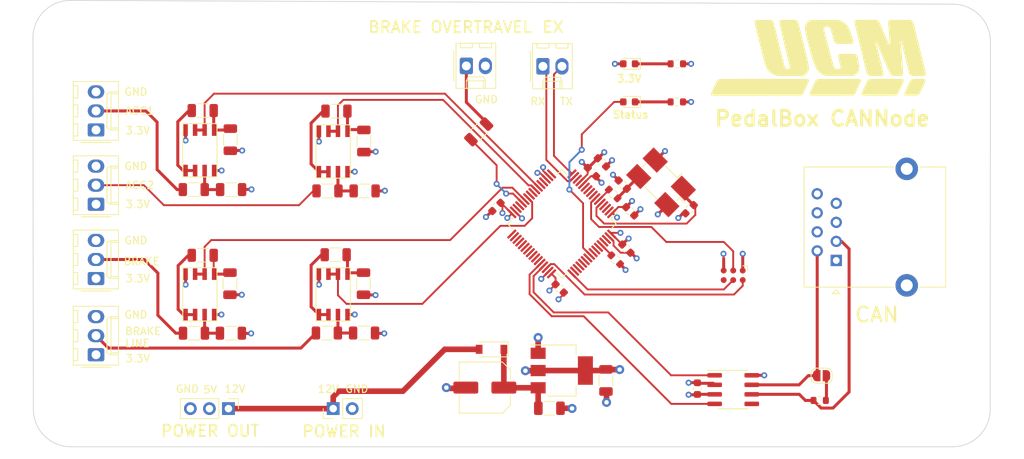
<source format=kicad_pcb>
(kicad_pcb (version 20211014) (generator pcbnew)
  (layers (0 "F.Cu" signal) (1 "In1.Cu" signal) (2 "In2.Cu" signal) (31 "B.Cu" signal) (34 "B.Paste" user) (35 "F.Paste" user) (36 "B.SilkS" user "B.Silkscreen") (37 "F.SilkS" user "F.Silkscreen") (38 "B.Mask" user) (39 "F.Mask" user) (44 "Edge.Cuts" user))
  (net 0 "")
  (net 1 "+3V3")
  (net 2 "GND")
  (net 3 "Net-(C1-Pad1)")
  (net 4 "Net-(C2-Pad1)")
  (net 5 "Brake")
  (net 6 "Brake_Line_Pressure")
  (net 7 "Accelerator_1")
  (net 8 "Accelerator_2")
  (net 9 "+12V")
  (net 10 "Net-(D1-Pad1)")
  (net 11 "Status")
  (net 12 "Net-(D2-Pad1)")
  (net 13 "+5V")
  (net 14 "Net-(C4-Pad1)")
  (net 15 "Net-(C13-Pad1)")
  (net 16 "Net-(C14-Pad1)")
  (net 17 "SWIO")
  (net 18 "NRST")
  (net 19 "SWCLK")
  (net 21 "Net-(C16-Pad1)")
  (net 25 "Brake_Overtravel")
  (net 26 "CANL")
  (net 27 "EX_RX")
  (net 28 "EX_TX")
  (net 29 "Net-(J4-Pad1)")
  (net 30 "CANH")
  (net 32 "Net-(JP1-Pad1)")
  (net 33 "Net-(J7-Pad2)")
  (net 34 "Net-(R2-Pad1)")
  (net 35 "Net-(J8-Pad2)")
  (net 36 "Net-(J9-Pad2)")
  (net 37 "Net-(J10-Pad2)")
  (net 38 "Net-(R3-Pad2)")
  (net 39 "Net-(R7-Pad1)")
  (net 44 "Net-(R10-Pad1)")
  (net 45 "Net-(R11-Pad1)")
  (net 47 "Net-(R13-Pad1)")
  (net 48 "Net-(R15-Pad2)")
  (net 49 "Net-(R16-Pad2)")
  (net 50 "Net-(R17-Pad2)")
  (net 51 "Net-(R18-Pad2)")
  (net 74 "RXCAN")
  (net 75 "TXCAN")
  (net 87 "Net-(C15-Pad1)")
  (footprint "Resistor_SMD:R_1206_3216Metric" (layer "F.Cu") (at 113.411 66.2178)
    (fp_text reference "R10" hide)
    (fp_text value "1.6k")
  )
  (footprint "MountingHole:MountingHole_3.2mm_M3" (layer "F.Cu") (at 191.8716 46.4058)
    (fp_text reference "REF**" hide)
    (fp_text value "MountingHole_3.2mm_M3")
  )
  (footprint "Capacitor_SMD:C_0603_1608Metric" (layer "F.Cu") (at 139.4206 79.2226 -45)
    (fp_text reference "C12" hide)
    (fp_text value "100n")
  )
  (footprint "Connector_Molex:Molex_KK-254_AE-6410-03A_1x03_P2.54mm_Vertical" (layer "F.Cu") (at 77.5916 77.9018 90)
    (fp_text reference "J9" hide)
    (fp_text value "Conn")
  )
  (footprint "Capacitor_SMD:C_1206_3216Metric" (layer "F.Cu") (at 138.049 95.1992)
    (fp_text reference "C6" hide)
    (fp_text value "22u")
  )
  (footprint "Capacitor_SMD:C_0603_1608Metric" (layer "F.Cu") (at 130.9878 68.3514 -135)
    (fp_text reference "C11" hide)
    (fp_text value "100n")
  )
  (footprint "Capacitor_SMD:C_0603_1608Metric" (layer "F.Cu") (at 147.828 65.3796 135)
    (fp_text reference "C2" hide)
    (fp_text value "10p")
  )
  (footprint "Connector_Molex:Molex_KK-254_AE-6410-03A_1x03_P2.54mm_Vertical" (layer "F.Cu") (at 77.5916 67.9958 90)
    (fp_text reference "J8" hide)
    (fp_text value "Conn")
  )
  (footprint "MountingHole:MountingHole_3.2mm_M3" (layer "F.Cu") (at 74.2696 45.8978)
    (fp_text reference "REF**" hide)
    (fp_text value "MountingHole_3.2mm_M3")
  )
  (footprint "Capacitor_SMD:C_1206_3216Metric" (layer "F.Cu") (at 113.2586 78.5876 -90)
    (fp_text reference "C16" hide)
    (fp_text value "100n")
  )
  (footprint "Capacitor_SMD:C_0603_1608Metric" (layer "F.Cu") (at 157.7848 92.583 90)
    (fp_text reference "C3" hide)
    (fp_text value "100n")
  )
  (footprint "Connector_Molex:Molex_KK-254_AE-6410-03A_1x03_P2.54mm_Vertical" (layer "F.Cu") (at 77.5916 88.0618 90)
    (fp_text reference "J10" hide)
    (fp_text value "Conn")
  )
  (footprint "Package_TO_SOT_SMD:SOT-223-3_TabPin2" (layer "F.Cu") (at 139.7 90.17)
    (fp_text reference "U3" hide)
    (fp_text value "AMS1117-3.3")
  )
  (footprint "Connector_PinHeader_2.54mm:PinHeader_1x02_P2.54mm_Vertical" (layer "F.Cu") (at 109.22 95.25 90)
    (fp_text reference "J1" hide)
    (fp_text value "Conn_01x02")
  )
  (footprint "Resistor_SMD:R_1206_3216Metric" (layer "F.Cu") (at 91.821 74.803 180)
    (fp_text reference "R17" hide)
    (fp_text value "1.6k")
  )
  (footprint "Connector_Molex:Molex_KK-254_AE-6410-02A_1x02_P2.54mm_Vertical" (layer "F.Cu") (at 126.9746 49.55)
    (fp_text reference "J4" hide)
    (fp_text value "Conn")
  )
  (footprint "Capacitor_SMD:C_1206_3216Metric" (layer "F.Cu") (at 113.3094 59.563 -90)
    (fp_text reference "C14" hide)
    (fp_text value "100n")
  )
  (footprint "Capacitor_SMD:C_0603_1608Metric" (layer "F.Cu") (at 148.3106 73.914 -45)
    (fp_text reference "C7" hide)
    (fp_text value "100n")
  )
  (footprint "Custom footprints:OPA2237UA" (layer "F.Cu") (at 109.22 80.01)
    (fp_text reference "U7" hide)
    (fp_text value "OPA2237UA")
  )
  (footprint "Custom footprints:OPA2237UA" (layer "F.Cu") (at 91.44 80.01)
    (fp_text reference "U6" hide)
    (fp_text value "OPA2237UA")
  )
  (footprint "Resistor_SMD:R_1206_3216Metric" (layer "F.Cu") (at 90.6526 85.1916 180)
    (fp_text reference "R11" hide)
    (fp_text value "1k")
  )
  (footprint "Resistor_SMD:R_0603_1608Metric" (layer "F.Cu") (at 174.0916 94.1578 180)
    (fp_text reference "R5" hide)
    (fp_text value "120R")
  )
  (footprint "Resistor_SMD:R_1206_3216Metric" (layer "F.Cu") (at 113.3348 85.1662)
    (fp_text reference "R14" hide)
    (fp_text value "1.6k")
  )
  (footprint "Resistor_SMD:R_0603_1608Metric" (layer "F.Cu") (at 146.8882 75.3872 135)
    (fp_text reference "R3" hide)
    (fp_text value "10k")
  )
  (footprint "Capacitor_SMD:C_0603_1608Metric" (layer "F.Cu") (at 145.0594 62.4078 -45)
    (fp_text reference "C5" hide)
    (fp_text value "100n")
  )
  (footprint "Connector:Tag-Connect_TC2030-IDC-NL_2x03_P1.27mm_Vertical" (layer "F.Cu") (at 162.56 77.47 180)
    (fp_text reference "J5" hide)
    (fp_text value "UCM_SWD")
  )
  (footprint "Capacitor_SMD:C_1206_3216Metric" (layer "F.Cu") (at 145.5928 91.4908 -90)
    (fp_text reference "C9" hide)
    (fp_text value "1u")
  )
  (footprint "Connector_Molex:Molex_KK-254_AE-6410-03A_1x03_P2.54mm_Vertical" (layer "F.Cu") (at 77.5916 58.0898 90)
    (fp_text reference "J7" hide)
    (fp_text value "Conn")
  )
  (footprint "Resistor_SMD:R_0603_1608Metric" (layer "F.Cu") (at 155.0396 54.3488 180)
    (fp_text reference "R1" hide)
    (fp_text value "1k")
  )
  (footprint "Resistor_SMD:R_1206_3216Metric" (layer "F.Cu") (at 108.3818 85.1662 180)
    (fp_text reference "R13" hide)
    (fp_text value "1k")
  )
  (footprint "Resistor_SMD:R_1206_3216Metric" (layer "F.Cu") (at 108.458 66.2178 180)
    (fp_text reference "R9" hide)
    (fp_text value "1k")
  )
  (footprint "Crystal:Crystal_SMD_0603-4Pin_6.0x3.5mm_HandSoldering" (layer "F.Cu") (at 152.9334 65.0748 135)
    (fp_text reference "Y1" hide)
    (fp_text value "16MHz")
  )
  (footprint "Resistor_SMD:R_1206_3216Metric" (layer "F.Cu") (at 109.5502 74.7268 180)
    (fp_text reference "R18" hide)
    (fp_text value "1.6k")
  )
  (footprint "LED_SMD:LED_0603_1608Metric" (layer "F.Cu") (at 148.6896 49.2688 180)
    (fp_text reference "D2" hide)
    (fp_text value "RED")
  )
  (footprint "Package_SO:SOIC-8_3.9x4.9mm_P1.27mm" (layer "F.Cu") (at 162.56 92.71)
    (fp_text reference "U1" hide)
    (fp_text value "SN65HVD230")
  )
  (footprint "Diode_SMD:D_SOD-123" (layer "F.Cu") (at 130.3286 87.3384 180)
    (fp_text reference "D3" hide)
    (fp_text value "B5819W")
  )
  (footprint "Capacitor_SMD:C_0603_1608Metric" (layer "F.Cu") (at 148.8186 68.9356 -45)
    (fp_text reference "C8" hide)
    (fp_text value "100n")
  )
  (footprint "Resistor_SMD:R_1206_3216Metric" (layer "F.Cu") (at 95.6056 66.04)
    (fp_text reference "R8" hide)
    (fp_text value "1.6k")
  )
  (footprint "Resistor_SMD:R_1206_3216Metric" (layer "F.Cu") (at 128.6256 58.3438 45)
    (fp_text reference "R6" hide)
    (fp_text value "1.6k")
  )
  (footprint "Capacitor_SMD:C_0603_1608Metric" (layer "F.Cu") (at 143.7132 63.7032 -45)
    (fp_text reference "C10" hide)
    (fp_text value "100n")
  )
  (footprint "Resistor_SMD:R_1206_3216Metric" (layer "F.Cu") (at 109.6518 55.5752 180)
    (fp_text reference "R16" hide)
    (fp_text value "1.6k")
  )
  (footprint "Connector_PinHeader_2.54mm:PinHeader_1x03_P2.54mm_Vertical" (layer "F.Cu") (at 95.25 95.25 -90)
    (fp_text reference "J6" hide)
    (fp_text value "Conn_01x03")
  )
  (footprint "Capacitor_SMD:C_Elec_6.3x7.7" (layer "F.Cu") (at 129.4396 92.4438 180)
    (fp_text reference "C4" hide)
    (fp_text value "100u")
  )
  (footprint "Resistor_SMD:R_1206_3216Metric" (layer "F.Cu") (at 90.6272 66.04 180)
    (fp_text reference "R7" hide)
    (fp_text value "1k")
  )
  (footprint "LED_SMD:LED_0603_1608Metric" (layer "F.Cu") (at 148.6896 54.3488 180)
    (fp_text reference "D1" hide)
    (fp_text value "GREEN")
  )
  (footprint "MountingHole:MountingHole_3.2mm_M3" (layer "F.Cu") (at 74.2696 95.4278)
    (fp_text reference "REF**" hide)
    (fp_text value "MountingHole_3.2mm_M3")
  )
  (footprint "MountingHole:MountingHole_3.2mm_M3" (layer "F.Cu") (at 191.8716 95.4278)
    (fp_text reference "REF**" hide)
    (fp_text value "MountingHole_3.2mm_M3")
  )
  (footprint "Resistor_SMD:R_1206_3216Metric" (layer "F.Cu") (at 91.821 55.499 180)
    (fp_text reference "R15" hide)
    (fp_text value "1.6k")
  )
  (footprint "Resistor_SMD:R_0603_1608Metric" (layer "F.Cu") (at 146.558 66.6242 -45)
    (fp_text reference "R2" hide)
    (fp_text value "22R")
  )
  (footprint "Custom footprints:OPA2237UA" (layer "F.Cu") (at 109.22 60.96)
    (fp_text reference "U5" hide)
    (fp_text value "OPA2237UA")
  )
  (footprint "Resistor_SMD:R_0603_1608Metric" (layer "F.Cu") (at 155.0396 49.2688 180)
    (fp_text reference "R4" hide)
    (fp_text value "1k")
  )
  (footprint "Resistor_SMD:R_1206_3216Metric" (layer "F.Cu") (at 95.5802 85.1916)
    (fp_text reference "R12" hide)
    (fp_text value "1.6k")
  )
  (footprint "Custom footprints:OPA2237UA" (layer "F.Cu") (at 91.44 60.8)
    (fp_text reference "U4" hide)
    (fp_text value "OPA2237UA")
  )
  (footprint "Capacitor_SMD:C_1206_3216Metric" (layer "F.Cu") (at 95.4532 78.5876 -90)
    (fp_text reference "C15" hide)
    (fp_text value "100n")
  )
  (footprint "Connector_Molex:Molex_KK-254_AE-6410-02A_1x02_P2.54mm_Vertical" (layer "F.Cu") (at 137.1854 49.6062)
    (fp_text reference "J3" hide)
    (fp_text value "Conn")
  )
  (footprint "Jumper:SolderJumper-2_P1.3mm_Open_RoundedPad1.0x1.5mm" (layer "F.Cu") (at 174.3456 90.8558 180)
    (fp_text reference "JP1" hide)
    (fp_text value "SolderJumper")
  )
  (footprint "Capacitor_SMD:C_0603_1608Metric" (layer "F.Cu") (at 156.7434 68.6562 -135)
    (fp_text reference "C1" hide)
    (fp_text value "10p")
  )
  (footprint "Connector_RJ:RJ45_Ninigi_GE" (layer "F.Cu") (at 176.3026 75.4888 90)
    (fp_text reference "J2" hide)
    (fp_text value "UCM_CAN")
  )
  (footprint "UCM_Logos:UCM_10mm" (layer "F.Cu") (at 173.8896 49.1988)
    (fp_text reference "G***" hide)
    (fp_text value "LOGO" hide)
  )
  (footprint "Capacitor_SMD:C_1206_3216Metric" (layer "F.Cu") (at 95.504 59.3852 -90)
    (fp_text reference "C13" hide)
    (fp_text value "100n")
  )
  (footprint "Package_QFP:LQFP-64_10x10mm_P0.5mm" (layer "F.Cu") (at 139.7 70.612 -135)
    (fp_text reference "U2" hide)
    (fp_text value "STM32F072RBTx")
  )
  (gr_line (start 69.177934 45.808734) (end 69.2336 95.3358) (layer "Edge.Cuts") (width 0.1))
  (gr_arc (start 69.177934 45.808734) (mid 70.636035 42.279553) (end 74.159934 40.808734) (layer "Edge.Cuts") (width 0.1))
  (gr_line (start 196.831266 95.337866) (end 196.856666 46.317934) (layer "Edge.Cuts") (width 0.1))
  (gr_arc (start 191.8716 41.317934) (mid 195.401858 42.783309) (end 196.856666 46.317934) (layer "Edge.Cuts") (width 0.1))
  (gr_line (start 191.8716 41.317934) (end 74.159934 40.808734) (layer "Edge.Cuts") (width 0.1))
  (gr_arc (start 74.2336 100.3358) (mid 70.698066 98.871334) (end 69.2336 95.3358) (layer "Edge.Cuts") (width 0.1))
  (gr_line (start 74.2336 100.3358) (end 191.831266 100.337866) (layer "Edge.Cuts") (width 0.1))
  (gr_arc (start 196.831266 95.337866) (mid 195.3668 98.8734) (end 191.831266 100.337866) (layer "Edge.Cuts") (width 0.1))
  (gr_text "CAN" (at 181.7116 82.7278) (layer "F.SilkS") (effects (font (size 2 2) (thickness 0.3))))
  (gr_text "POWER OUT\n" (at 92.8116 98.2218) (layer "F.SilkS") (effects (font (size 1.5 1.5) (thickness 0.25))))
  (gr_text "GND\n" (at 82.9056 53.0098) (layer "F.SilkS") (effects (font (size 1 1))))
  (gr_text "GND\n" (at 89.7636 92.6338) (layer "F.SilkS") (effects (font (size 1 1))))
  (gr_text "GND\n" (at 82.9056 62.9158) (layer "F.SilkS") (effects (font (size 1 1))))
  (gr_text "3.3V" (at 83.1596 88.5698) (layer "F.SilkS") (effects (font (size 1 1))))
  (gr_text "12V" (at 108.5596 92.6338) (layer "F.SilkS") (effects (font (size 1 1))))
  (gr_text "GND\n" (at 82.9056 82.7278) (layer "F.SilkS") (effects (font (size 1 1))))
  (gr_text "GND\n" (at 129.6416 54.0258) (layer "F.SilkS") (effects (font (size 1 1))))
  (gr_text "TX\n" (at 140.3096 54.2798) (layer "F.SilkS") (effects (font (size 1 1))))
  (gr_text "12V" (at 96.1136 92.6338) (layer "F.SilkS") (effects (font (size 1 1))))
  (gr_text "GND\n" (at 112.3696 92.6338) (layer "F.SilkS") (effects (font (size 1 1))))
  (gr_text "POWER IN\n\n" (at 110.6646 99.4918) (layer "F.SilkS") (effects (font (size 1.5 1.5) (thickness 0.25))))
  (gr_text "BRAKE OVERTRAVEL\n" (at 124.8156 44.3738) (layer "F.SilkS") (effects (font (size 1.5 1.5) (thickness 0.25))))
  (gr_text "BRAKE\n" (at 83.6676 75.6158) (layer "F.SilkS") (effects (font (size 1 1))))
  (gr_text "3.3V" (at 83.1596 67.9958) (layer "F.SilkS") (effects (font (size 1 1))))
  (gr_text "BRAKE\nLINE\n\n" (at 81.3816 86.5378) (layer "F.SilkS") (effects (font (size 1 1)) (justify left)))
  (gr_text "RX" (at 136.4996 54.2798) (layer "F.SilkS") (effects (font (size 1 1))))
  (gr_text "ACC2" (at 83.4136 65.4558) (layer "F.SilkS") (effects (font (size 1 1))))
  (gr_text "PedalBox CANNode\n" (at 174.4396 56.5738) (layer "F.SilkS") (effects (font (size 2 2) (thickness 0.4))))
  (gr_text "GND\n" (at 82.9056 72.8218) (layer "F.SilkS") (effects (font (size 1 1))))
  (gr_text "Status" (at 148.8896 56.0488) (layer "F.SilkS") (effects (font (size 1 1) (thickness 0.2))))
  (gr_text "3.3V" (at 83.1596 77.9018) (layer "F.SilkS") (effects (font (size 1 1))))
  (gr_text "3.3V\n" (at 148.6896 51.2488) (layer "F.SilkS") (effects (font (size 1 1) (thickness 0.2))))
  (gr_text "3.3V" (at 83.1596 58.1738) (layer "F.SilkS") (effects (font (size 1 1))))
  (gr_text "ACC1" (at 83.4136 55.5498) (layer "F.SilkS") (effects (font (size 1 1))))
  (gr_text "5V\n" (at 92.8116 92.7238) (layer "F.SilkS") (effects (font (size 1 1))))
  (gr_text "EX" (at 138.5316 44.3738) (layer "F.SilkS") (effects (font (size 1.5 1.5) (thickness 0.25))))
  (segment (start 107.315 59.6392) (end 107.315 58.26) (width 0.4) (layer "F.Cu") (net 1))
  (segment (start 89.535 78.7146) (end 89.535 77.31) (width 0.4) (layer "F.Cu") (net 1))
  (segment (start 145.62 90.043) (end 145.5928 90.0158) (width 0.25) (layer "F.Cu") (net 1))
  (segment (start 144.566008 61.859792) (end 145.3642 61.0616) (width 0.4) (layer "F.Cu") (net 1))
  (segment (start 143.215992 63.155192) (end 144.511392 61.859792) (width 0.4) (layer "F.Cu") (net 1))
  (segment (start 143.165192 63.155192) (end 142.367 62.357) (width 0.4) (layer "F.Cu") (net 1))
  (segment (start 157.9242 93.345) (end 157.9118 93.3326) (width 0.25) (layer "F.Cu") (net 1))
  (segment (start 148.560784 72.5678) (end 147.762592 73.365992) (width 0.4) (layer "F.Cu") (net 1))
  (segment (start 131.739008 68.057392) (end 131.842092 68.057392) (width 0.25) (layer "F.Cu") (net 1))
  (segment (start 146.364481 71.846919) (end 146.364481 71.973181) (width 0.25) (layer "F.Cu") (net 1))
  (segment (start 149.0726 67.564) (end 149.0726 67.585584) (width 0.25) (layer "F.Cu") (net 1))
  (segment (start 148.245192 68.362192) (end 147.253108 68.362192) (width 0.25) (layer "F.Cu") (net 1))
  (segment (start 138.872592 77.810254) (end 138.338819 77.276481) (width 0.25) (layer "F.Cu") (net 1))
  (segment (start 136.781888 63.8048) (end 137.631713 64.654625) (width 0.25) (layer "F.Cu") (net 1))
  (segment (start 143.165192 63.155192) (end 143.215992 63.155192) (width 0.25) (layer "F.Cu") (net 1))
  (segment (start 138.049 79.498184) (end 138.872592 78.674592) (width 0.25) (layer "F.Cu") (net 1))
  (segment (start 163.83 74.5998) (end 163.83 76.835) (width 0.4) (layer "F.Cu") (net 1))
  (segment (start 147.4216 90.043) (end 145.62 90.043) (width 0.75) (layer "F.Cu") (net 1))
  (segment (start 143.165192 63.971808) (end 143.165192 63.155192) (width 0.25) (layer "F.Cu") (net 1))
  (segment (start 131.7896 68.057184) (end 131.535808 67.803392) (width 0.25) (layer "F.Cu") (net 1))
  (segment (start 138.872592 78.674592) (end 138.872592 77.810254) (width 0.25) (layer "F.Cu") (net 1))
  (segment (start 132.462538 69.8238) (end 133.035519 69.250819) (width 0.25) (layer "F.Cu") (net 1))
  (segment (start 138.049 79.502) (end 138.049 79.498184) (width 0.25) (layer "F.Cu") (net 1))
  (segment (start 156.6164 93.3958) (end 157.747 93.3958) (width 0.4) (layer "F.Cu") (net 1))
  (segment (start 142.128821 65.008179) (end 143.165192 63.971808) (width 0.25) (layer "F.Cu") (net 1))
  (segment (start 131.735192 68.035808) (end 131.820508 68.035808) (width 0.25) (layer "F.Cu") (net 1))
  (segment (start 131.7896 69.1738) (end 131.7896 68.057184) (width 0.25) (layer "F.Cu") (net 1))
  (segment (start 107.315 78.7146) (end 107.315 77.31) (width 0.4) (layer "F.Cu") (net 1))
  (segment (start 160.085 93.345) (end 157.9242 93.345) (width 0.4) (layer "F.Cu") (net 1))
  (segment (start 132.4396 69.8238) (end 132.462538 69.8238) (width 0.25) (layer "F.Cu") (net 1))
  (segment (start 147.253108 68.362192) (end 146.364481 69.250819) (width 0.25) (layer "F.Cu") (net 1))
  (segment (start 149.0726 67.585584) (end 148.270592 68.387592) (width 0.4) (layer "F.Cu") (net 1))
  (segment (start 134.8486 90.1954) (end 136.5246 90.1954) (width 0.75) (layer "F.Cu") (net 1))
  (segment (start 136.4488 63.8048) (end 136.781888 63.8048) (width 0.25) (layer "F.Cu") (net 1))
  (segment (start 145.4386 90.17) (end 145.5928 90.0158) (width 0.25) (layer "F.Cu") (net 1))
  (segment (start 89.535 59.4868) (end 89.535 58.1) (width 0.4) (layer "F.Cu") (net 1))
  (segment (start 148.6154 72.5678) (end 148.560784 72.5678) (width 0.25) (layer "F.Cu") (net 1))
  (segment (start 146.364481 71.973181) (end 147.559392 73.168092) (width 0.25) (layer "F.Cu") (net 1))
  (segment (start 146.568419 69.250819) (end 147.066 69.7484) (width 0.25) (layer "F.Cu") (net 1))
  (segment (start 144.511392 61.859792) (end 144.566008 61.859792) (width 0.25) (layer "F.Cu") (net 1))
  (segment (start 146.4056 71.8058) (end 146.364481 71.846919) (width 0.25) (layer "F.Cu") (net 1))
  (segment (start 147.559392 73.168092) (end 147.559392 73.264392) (width 0.25) (layer "F.Cu") (net 1))
  (segment (start 147.9021 49.2688) (end 146.7846 49.2688) (width 0.4) (layer "F.Cu") (net 1))
  (segment (start 146.364481 69.250819) (end 146.568419 69.250819) (width 0.25) (layer "F.Cu") (net 1))
  (segment (start 136.5246 90.1954) (end 136.55 90.17) (width 0.25) (layer "F.Cu") (net 1))
  (segment (start 147.5232 71.8058) (end 146.4056 71.8058) (width 0.25) (layer "F.Cu") (net 1))
  (segment (start 131.842092 68.057392) (end 133.035519 69.250819) (width 0.25) (layer "F.Cu") (net 1))
  (segment (start 136.55 90.17) (end 142.85 90.17) (width 0.75) (layer "F.Cu") (net 1))
  (segment (start 142.85 90.17) (end 145.4386 90.17) (width 0.75) (layer "F.Cu") (net 1))
  (via (at 147.4216 90.043) (size 1.2) (drill 0.6) (layers "F.Cu" "B.Cu") (net 1))
  (via (at 147.066 69.7484) (size 0.8) (drill 0.4) (layers "F.Cu" "B.Cu") (net 1))
  (via (at 131.7896 69.1738) (size 0.8) (drill 0.4) (layers "F.Cu" "B.Cu") (net 1))
  (via (at 89.535 78.7146) (size 0.8) (drill 0.4) (layers "F.Cu" "B.Cu") (net 1))
  (via (at 107.315 59.6392) (size 0.8) (drill 0.4) (layers "F.Cu" "B.Cu") (net 1))
  (via (at 132.4396 69.8238) (size 0.8) (drill 0.4) (layers "F.Cu" "B.Cu") (net 1))
  (via (at 134.8486 90.1954) (size 1.2) (drill 0.6) (layers "F.Cu" "B.Cu") (net 1))
  (via (at 138.049 79.502) (size 0.8) (drill 0.4) (layers "F.Cu" "B.Cu") (net 1))
  (via (at 147.5232 71.8058) (size 0.8) (drill 0.4) (layers "F.Cu" "B.Cu") (net 1))
  (via (at 148.6154 72.5678) (size 0.8) (drill 0.4) (layers "F.Cu" "B.Cu") (net 1))
  (via (at 107.315 78.7146) (size 0.8) (drill 0.4) (layers "F.Cu" "B.Cu") (net 1))
  (via (at 156.6164 93.3958) (size 0.8) (drill 0.4) (layers "F.Cu" "B.Cu") (net 1))
  (via (at 89.535 59.4868) (size 0.8) (drill 0.4) (layers "F.Cu" "B.Cu") (net 1))
  (via (at 163.83 74.5998) (size 0.8) (drill 0.4) (layers "F.Cu" "B.Cu") (net 1))
  (via (at 145.3642 61.0616) (size 0.8) (drill 0.4) (layers "F.Cu" "B.Cu") (net 1))
  (via (at 136.4488 63.8048) (size 0.8) (drill 0.4) (layers "F.Cu" "B.Cu") (net 1))
  (via (at 149.0726 67.564) (size 0.8) (drill 0.4) (layers "F.Cu" "B.Cu") (net 1))
  (via (at 142.367 62.357) (size 0.8) (drill 0.4) (layers "F.Cu" "B.Cu") (net 1))
  (via (at 146.7846 49.2688) (size 0.8) (drill 0.4) (layers "F.Cu" "B.Cu") (net 1))
  (segment (start 97.0748 60.829) (end 95.123 60.829) (width 0.4) (layer "F.Cu") (net 2))
  (segment (start 146.604902 73.506975) (end 146.604902 72.920708) (width 0.25) (layer "F.Cu") (net 2))
  (segment (start 144.261208 64.251208) (end 143.585918 64.251208) (width 0.25) (layer "F.Cu") (net 2))
  (segment (start 148.934808 74.462008) (end 149.6822 75.2094) (width 0.4) (layer "F.Cu") (net 2))
  (segment (start 114.8735 66.2178) (end 116.078 66.2178) (width 0.4) (layer "F.Cu") (net 2))
  (segment (start 157.8356 91.8718) (end 157.8356 91.8588) (width 0.25) (layer "F.Cu") (net 2))
  (segment (start 95.455 80.0608) (end 95.4532 80.0626) (width 0.25) (layer "F.Cu") (net 2))
  (segment (start 155.8646 54.3488) (end 156.9446 54.3488) (width 0.4) (layer "F.Cu") (net 2))
  (segment (start 130.134992 69.153408) (end 130.642992 69.153408) (width 0.25) (layer "F.Cu") (net 2))
  (segment (start 148.209 76.708) (end 147.471563 75.970563) (width 0.4) (layer "F.Cu") (net 2))
  (segment (start 97.0788 60.833) (end 97.0748 60.829) (width 0.25) (layer "F.Cu") (net 2))
  (segment (start 156.6294 91.7826) (end 157.9118 91.7826) (width 0.4) (layer "F.Cu") (net 2))
  (segment (start 155.2396 69.8238) (end 155.859192 69.204208) (width 0.4) (layer "F.Cu") (net 2))
  (segment (start 124.3088 92.5454) (end 127.2323 92.5454) (width 0.75) (layer "F.Cu") (net 2))
  (segment (start 116.078 66.2178) (end 116.1034 66.1924) (width 0.25) (layer "F.Cu") (net 2))
  (segment (start 161.2646 75.184) (end 161.29 75.2094) (width 0.25) (layer "F.Cu") (net 2))
  (segment (start 144.261208 64.251208) (end 144.261208 64.378208) (width 0.25) (layer "F.Cu") (net 2))
  (segment (start 152.515465 69.342) (end 153.279417 68.578048) (width 0.4) (layer "F.Cu") (net 2))
  (segment (start 144.199616 64.2366) (end 144.032608 64.403608) (width 0.25) (layer "F.Cu") (net 2))
  (segment (start 114.8481 85.217) (end 114.7973 85.1662) (width 0.25) (layer "F.Cu") (net 2))
  (segment (start 98.3234 66.0146) (end 97.0935 66.0146) (width 0.4) (layer "F.Cu") (net 2))
  (segment (start 160.085 92.075) (end 159.8818 91.8718) (width 0.4) (layer "F.Cu") (net 2))
  (segment (start 155.8646 49.2688) (end 156.9446 49.2688) (width 0.4) (layer "F.Cu") (net 2))
  (segment (start 112.0826 82.71) (end 111.125 82.71) (width 0.4) (layer "F.Cu") (net 2))
  (segment (start 93.345 63.5) (end 94.3356 63.5) (width 0.4) (layer "F.Cu") (net 2))
  (segment (start 136.9646 77.9488) (end 136.9646 77.943594) (width 0.25) (layer "F.Cu") (net 2))
  (segment (start 144.261208 64.378208) (end 145.0086 65.1256) (width 0.4) (layer "F.Cu") (net 2))
  (segment (start 133.413266 68.897266) (end 133.389072 68.897266) (width 0.25) (layer "F.Cu") (net 2))
  (segment (start 112.0826 63.66) (end 111.125 63.66) (width 0.4) (layer "F.Cu") (net 2))
  (segment (start 97.028 80.0608) (end 95.455 80.0608) (width 0.4) (layer "F.Cu") (net 2))
  (segment (start 145.607408 62.955808) (end 145.607408 62.926592) (width 0.25) (layer "F.Cu") (net 2))
  (segment (start 112.0902 82.7024) (end 112.0826 82.71) (width 0.25) (layer "F.Cu") (net 2))
  (segment (start 161.29 75.2094) (end 161.29 76.835) (width 0.4) (layer "F.Cu") (net 2))
  (segment (start 139.2682 80.6704) (end 139.994008 79.944592) (width 0.25) (layer "F.Cu") (net 2))
  (segment (start 143.585918 64.251208) (end 142.475394 65.361732) (width 0.25) (layer "F.Cu") (net 2))
  (segment (start 145.669 94.4118) (end 145.669 93.042) (width 0.75) (layer "F.Cu") (net 2))
  (segment (start 139.524 95.1992) (end 140.7668 95.1992) (width 0.75) (layer "F.Cu") (net 2))
  (segment (start 145.607408 62.926592) (end 146.4056 62.1284) (width 0.4) (layer "F.Cu") (net 2))
  (segment (start 129.5908 69.6976) (end 130.134992 69.153408) (width 0.4) (layer "F.Cu") (net 2))
  (segment (start 114.8352 80.088) (end 112.903 80.088) (width 0.4) (layer "F.Cu") (net 2))
  (segment (start 147.559935 74.462008) (end 146.604902 73.506975) (width 0.25) (layer "F.Cu") (net 2))
  (segment (start 153.452935 60.9092) (end 151.723783 62.638352) (width 0.4) (layer "F.Cu") (net 2))
  (segment (start 147.229192 64.755392) (end 146.5326 64.0588) (width 0.4) (layer "F.Cu") (net 2))
  (segment (start 136.55 85.7762) (end 136.55 87.87) (width 0.75) (layer "F.Cu") (net 2))
  (segment (start 144.155792 64.403608) (end 144.032608 64.403608) (width 0.25) (layer "F.Cu") (net 2))
  (segment (start 134.3914 69.8754) (end 133.413266 68.897266) (width 0.25) (layer "F.Cu") (net 2))
  (segment (start 148.858608 74.462008) (end 148.934808 74.462008) (width 0.25) (layer "F.Cu") (net 2))
  (segment (start 97.0935 66.0146) (end 97.0681 66.04) (width 0.25) (layer "F.Cu") (net 2))
  (segment (start 137.2108 63.0682) (end 137.2108 63.526606) (width 0.25) (layer "F.Cu") (net 2))
  (segment (start 147.229192 64.882392) (end 147.229192 64.755392) (width 0.25) (layer "F.Cu") (net 2))
  (segment (start 112.0902 63.6524) (end 112.0826 63.66) (width 0.25) (layer "F.Cu") (net 2))
  (segment (start 136.9646 77.943594) (end 137.985266 76.922928) (width 0.25) (layer "F.Cu") (net 2))
  (segment (start 116.0272 85.217) (end 114.8481 85.217) (width 0.4) (layer "F.Cu") (net 2))
  (segment (start 165.035 90.805) (end 166.7002 90.805) (width 0.4) (layer "F.Cu") (net 2))
  (segment (start 159.8818 91.8718) (end 157.8356 91.8718) (width 0.4) (layer "F.Cu") (net 2))
  (segment (start 152.5016 69.342) (end 152.515465 69.342) (width 0.25) (layer "F.Cu") (net 2))
  (segment (start 157.8356 91.8588) (end 157.7848 91.808) (width 0.25) (layer "F.Cu") (net 2))
  (segment (start 156.6164 91.7956) (end 156.6294 91.7826) (width 0.25) (layer "F.Cu") (net 2))
  (segment (start 161.2646 74.5998) (end 161.2646 75.184) (width 0.25) (layer "F.Cu") (net 2))
  (segment (start 114.8842 60.9854) (end 114.8806 60.989) (width 0.25) (layer "F.Cu") (net 2))
  (segment (start 94.3102 82.7024) (end 94.3026 82.71) (width 0.25) (layer "F.Cu") (net 2))
  (segment (start 148.209 76.7588) (end 148.209 76.708) (width 0.25) (layer "F.Cu") (net 2))
  (segment (start 150.1902 68.660016) (end 149.366608 69.483608) (width 0.4) (layer "F.Cu") (net 2))
  (segment (start 155.859192 69.204208) (end 156.195392 69.204208) (width 0.25) (layer "F.Cu") (net 2))
  (segment (start 137.2108 63.526606) (end 137.985266 64.301072) (width 0.25) (layer "F.Cu") (net 2))
  (segment (start 114.8588 80.1116) (end 114.8352 80.088) (width 0.25) (layer "F.Cu") (net 2))
  (segment (start 94.3026 82.71) (end 93.345 82.71) (width 0.4) (layer "F.Cu") (net 2))
  (segment (start 98.2726 85.217) (end 97.0681 85.217) (width 0.4) (layer "F.Cu") (net 2))
  (segment (start 114.8806 60.989) (end 112.903 60.989) (width 0.4) (layer "F.Cu") (net 2))
  (segment (start 136.5504 85.7758) (end 136.55 85.7762) (width 0.75) (layer "F.Cu") (net 2))
  (segment (start 145.669 93.042) (end 145.5928 92.9658) (width 0.25) (layer "F.Cu") (net 2))
  (segment (start 97.0681 85.217) (end 97.0427 85.1916) (width 0.25) (layer "F.Cu") (net 2))
  (segment (start 148.858608 74.462008) (end 147.559935 74.462008) (width 0.25) (layer "F.Cu") (net 2))
  (segment (start 146.604902 72.920708) (end 146.010928 72.326734) (width 0.25) (layer "F.Cu") (net 2))
  (segment (start 153.4668 60.9092) (end 153.452935 60.9092) (width 0.25) (layer "F.Cu") (net 2))
  (segment (start 150.1902 68.6562) (end 150.1902 68.660016) (width 0.25) (layer "F.Cu") (net 2))
  (via (at 161.2646 74.5998) (size 0.8) (drill 0.4) (layers "F.Cu" "B.Cu") (net 2))
  (via (at 156.9446 49.2688) (size 0.8) (drill 0.4) (layers "F.Cu" "B.Cu") (net 2))
  (via (at 166.7002 90.805) (size 0.8) (drill 0.4) (layers "F.Cu" "B.Cu") (net 2))
  (via (at 146.4056 62.1284) (size 0.8) (drill 0.4) (layers "F.Cu" "B.Cu") (net 2))
  (via (at 141.0716 95.2246) (size 1.2) (drill 0.6) (layers "F.Cu" "B.Cu") (net 2))
  (via (at 145.0086 65.1256) (size 0.8) (drill 0.4) (layers "F.Cu" "B.Cu") (net 2))
  (via (at 148.209 76.7588) (size 0.8) (drill 0.4) (layers "F.Cu" "B.Cu") (net 2))
  (via (at 145.669 94.4118) (size 1.2) (drill 0.6) (layers "F.Cu" "B.Cu") (net 2))
  (via (at 136.5504 85.7758) (size 1.2) (drill 0.6) (layers "F.Cu" "B.Cu") (net 2))
  (via (at 156.9446 54.3488) (size 0.8) (drill 0.4) (layers "F.Cu" "B.Cu") (net 2))
  (via (at 112.0902 82.7024) (size 0.8) (drill 0.4) (layers "F.Cu" "B.Cu") (net 2))
  (via (at 112.0902 63.6524) (size 0.8) (drill 0.4) (layers "F.Cu" "B.Cu") (net 2))
  (via (at 98.3234 66.0146) (size 0.8) (drill 0.4) (layers "F.Cu" "B.Cu") (net 2))
  (via (at 129.5908 69.6976) (size 0.8) (drill 0.4) (layers "F.Cu" "B.Cu") (net 2))
  (via (at 150.1902 68.6562) (size 0.8) (drill 0.4) (layers "F.Cu" "B.Cu") (net 2))
  (via (at 114.8842 60.9854) (size 0.8) (drill 0.4) (layers "F.Cu" "B.Cu") (net 2))
  (via (at 152.5016 69.342) (size 0.8) (drill 0.4) (layers "F.Cu" "B.Cu") (net 2))
  (via (at 97.028 80.0608) (size 0.8) (drill 0.4) (layers "F.Cu" "B.Cu") (net 2))
  (via (at 146.5326 64.0588) (size 0.8) (drill 0.4) (layers "F.Cu" "B.Cu") (net 2))
  (via (at 149.6822 75.2094) (size 0.8) (drill 0.4) (layers "F.Cu" "B.Cu") (net 2))
  (via (at 116.1034 66.1924) (size 0.8) (drill 0.4) (layers "F.Cu" "B.Cu") (net 2))
  (via (at 136.9646 77.9488) (size 0.8) (drill 0.4) (layers "F.Cu" "B.Cu") (net 2))
  (via (at 156.6164 91.7956) (size 0.8) (drill 0.4) (layers "F.Cu" "B.Cu") (net 2))
  (via (at 155.2396 69.8238) (size 0.8) (drill 0.4) (layers "F.Cu" "B.Cu") (net 2))
  (via (at 139.2682 80.6704) (size 0.8) (drill 0.4) (layers "F.Cu" "B.Cu") (net 2))
  (via (at 116.0272 85.217) (size 0.8) (drill 0.4) (layers "F.Cu" "B.Cu") (net 2))
  (via (at 153.4668 60.9092) (size 0.8) (drill 0.4) (layers "F.Cu" "B.Cu") (net 2))
  (via (at 114.8588 80.1116) (size 0.8) (drill 0.4) (layers "F.Cu" "B.Cu") (net 2))
  (via (at 98.2726 85.217) (size 0.8) (drill 0.4) (layers "F.Cu" "B.Cu") (net 2))
  (via (at 137.2108 63.0682) (size 0.8) (drill 0.4) (layers "F.Cu" "B.Cu") (net 2))
  (via (at 94.3102 82.7024) (size 0.8) (drill 0.4) (layers "F.Cu" "B.Cu") (net 2))
  (via (at 97.0788 60.833) (size 0.8) (drill 0.4) (layers "F.Cu" "B.Cu") (net 2))
  (via (at 124.3088 92.4438) (size 1.2) (drill 0.6) (layers "F.Cu" "B.Cu") (net 2))
  (via (at 134.3914 69.8754) (size 0.8) (drill 0.4) (layers "F.Cu" "B.Cu") (net 2))
  (via (at 94.3356 63.5) (size 0.8) (drill 0.4) (layers "F.Cu" "B.Cu") (net 2))
  (segment (start 144.3228 69.5452) (end 144.3228 68.464074) (width 0.25) (layer "F.Cu") (net 3))
  (segment (start 157.5054 69.4182) (end 156.347466 70.576134) (width 0.25) (layer "F.Cu") (net 3))
  (segment (start 156.347466 70.576134) (end 145.353734 70.576134) (width 0.25) (layer "F.Cu") (net 3))
  (segment (start 157.5054 68.347584) (end 157.5054 69.4182) (width 0.25) (layer "F.Cu") (net 3))
  (segment (start 155.639199 66.386017) (end 155.543833 66.386017) (width 0.25) (layer "F.Cu") (net 3))
  (segment (start 155.543833 66.386017) (end 157.5054 68.347584) (width 0.4) (layer "F.Cu") (net 3))
  (segment (start 144.3228 68.464074) (end 144.950268 67.836606) (width 0.25) (layer "F.Cu") (net 3))
  (segment (start 145.353734 70.576134) (end 144.3228 69.5452) (width 0.25) (layer "F.Cu") (net 3))
  (segment (start 147.141363 67.207563) (end 147.141363 67.162253) (width 0.25) (layer "F.Cu") (net 4))
  (segment (start 148.376008 65.927608) (end 148.376008 65.884527) (width 0.25) (layer "F.Cu") (net 4))
  (segment (start 148.376008 65.884527) (end 149.963552 64.296983) (width 0.4) (layer "F.Cu") (net 4))
  (segment (start 147.141363 67.162253) (end 148.376008 65.927608) (width 0.4) (layer "F.Cu") (net 4))
  (segment (start 135.750813 69.862587) (end 135.750813 67.723473) (width 0.25) (layer "F.Cu") (net 5))
  (segment (start 108.585 77.31) (end 109.855 77.31) (width 0.4) (layer "F.Cu") (net 5))
  (segment (start 109.855 77.31) (end 109.855 80.137) (width 0.25) (layer "F.Cu") (net 5))
  (segment (start 134.7396 70.8738) (end 135.750813 69.862587) (width 0.25) (layer "F.Cu") (net 5))
  (segment (start 131.5134 70.8738) (end 134.7396 70.8738) (width 0.25) (layer "F.Cu") (net 5))
  (segment (start 110.998 81.28) (end 121.1072 81.28) (width 0.25) (layer "F.Cu") (net 5))
  (segment (start 109.855 80.137) (end 110.998 81.28) (width 0.25) (layer "F.Cu") (net 5))
  (segment (start 135.750813 67.723473) (end 135.156839 67.129499) (width 0.25) (layer "F.Cu") (net 5))
  (segment (start 121.1072 81.28) (end 131.5134 70.8738) (width 0.25) (layer "F.Cu") (net 5))
  (segment (start 92.075 73.66) (end 92.964 72.771) (width 0.25) (layer "F.Cu") (net 6))
  (segment (start 90.805 77.31) (end 92.075 77.31) (width 0.4) (layer "F.Cu") (net 6))
  (segment (start 92.075 77.31) (end 92.075 73.66) (width 0.25) (layer "F.Cu") (net 6))
  (segment (start 92.964 72.771) (end 124.8156 72.771) (width 0.25) (layer "F.Cu") (net 6))
  (segment (start 124.8156 72.771) (end 131.8006 65.786) (width 0.25) (layer "F.Cu") (net 6))
  (segment (start 133.106234 65.786) (end 134.803286 67.483052) (width 0.25) (layer "F.Cu") (net 6))
  (segment (start 131.8006 65.786) (end 133.106234 65.786) (width 0.25) (layer "F.Cu") (net 6))
  (segment (start 136.571052 65.705052) (end 136.571052 65.715286) (width 0.25) (layer "F.Cu") (net 7))
  (segment (start 92.075 58.1) (end 92.075 54.5084) (width 0.25) (layer "F.Cu") (net 7))
  (segment (start 90.805 58.1) (end 92.075 58.1) (width 0.4) (layer "F.Cu") (net 7))
  (segment (start 93.3346 53.2488) (end 124.1148 53.2488) (width 0.25) (layer "F.Cu") (net 7))
  (segment (start 124.1148 53.2488) (end 136.571052 65.705052) (width 0.25) (layer "F.Cu") (net 7))
  (segment (start 92.075 54.5084) (end 93.3346 53.2488) (width 0.25) (layer "F.Cu") (net 7))
  (segment (start 109.855 58.26) (end 109.855 54.7878) (width 0.25) (layer "F.Cu") (net 8))
  (segment (start 109.855 58.26) (end 108.585 58.26) (width 0.4) (layer "F.Cu") (net 8))
  (segment (start 110.5662 54.0766) (end 123.8674 54.0766) (width 0.25) (layer "F.Cu") (net 8))
  (segment (start 135.623525 65.474865) (end 136.217499 66.068839) (width 0.25) (layer "F.Cu") (net 8))
  (segment (start 123.8674 54.0766) (end 135.265665 65.474865) (width 0.25) (layer "F.Cu") (net 8))
  (segment (start 109.855 54.7878) (end 110.5662 54.0766) (width 0.25) (layer "F.Cu") (net 8))
  (segment (start 135.265665 65.474865) (end 135.623525 65.474865) (width 0.25) (layer "F.Cu") (net 8))
  (segment (start 124.1096 87.3338) (end 118.5196 92.9238) (width 0.75) (layer "F.Cu") (net 9))
  (segment (start 124.1096 87.3338) (end 124.1142 87.3384) (width 0.75) (layer "F.Cu") (net 9))
  (segment (start 124.1142 87.3384) (end 128.6786 87.3384) (width 0.75) (layer "F.Cu") (net 9))
  (segment (start 95.25 95.25) (end 109.22 95.25) (width 0.75) (layer "F.Cu") (net 9))
  (segment (start 109.22 93.6752) (end 109.22 95.25) (width 0.75) (layer "F.Cu") (net 9))
  (segment (start 118.5196 92.9238) (end 109.9714 92.9238) (width 0.75) (layer "F.Cu") (net 9))
  (segment (start 109.9714 92.9238) (end 109.22 93.6752) (width 0.75) (layer "F.Cu") (net 9))
  (segment (start 149.4771 54.3488) (end 154.2146 54.3488) (width 0.4) (layer "F.Cu") (net 10))
  (segment (start 140.716 66.04) (end 142.5396 67.8636) (width 0.25) (layer "F.Cu") (net 11))
  (segment (start 146.6896 54.3488) (end 147.9021 54.3488) (width 0.25) (layer "F.Cu") (net 11))
  (segment (start 142.5396 67.8636) (end 142.5396 73.805154) (width 0.25) (layer "F.Cu") (net 11))
  (segment (start 142.367 60.7314) (end 142.367 58.6714) (width 0.25) (layer "F.Cu") (net 11))
  (segment (start 142.5396 73.805154) (end 143.536054 74.801608) (width 0.25) (layer "F.Cu") (net 11))
  (segment (start 142.367 58.6714) (end 146.6896 54.3488) (width 0.25) (layer "F.Cu") (net 11))
  (via (at 142.367 60.7314) (size 0.8) (drill 0.4) (layers "F.Cu" "B.Cu") (net 11))
  (via (at 140.716 66.04) (size 0.8) (drill 0.4) (layers "F.Cu" "B.Cu") (net 11))
  (segment (start 140.716 62.3824) (end 142.367 60.7314) (width 0.25) (layer "B.Cu") (net 11))
  (segment (start 140.716 66.04) (end 140.716 62.3824) (width 0.25) (layer "B.Cu") (net 11))
  (segment (start 149.4771 49.2688) (end 154.2146 49.2688) (width 0.4) (layer "F.Cu") (net 12))
  (segment (start 131.9786 92.4423) (end 131.9771 92.4438) (width 0.25) (layer "F.Cu") (net 14))
  (segment (start 136.55 94.9466) (end 136.55 92.47) (width 0.75) (layer "F.Cu") (net 14))
  (segment (start 136.574 94.9706) (end 136.55 94.9466) (width 0.25) (layer "F.Cu") (net 14))
  (segment (start 131.9786 87.3384) (end 131.9786 92.4423) (width 0.75) (layer "F.Cu") (net 14))
  (segment (start 133.0821 92.47) (end 136.55 92.47) (width 0.75) (layer "F.Cu") (net 14))
  (segment (start 94.902 58.1) (end 95.123 57.879) (width 0.25) (layer "F.Cu") (net 15))
  (segment (start 93.2835 55.974) (end 93.2835 58.0385) (width 0.4) (layer "F.Cu") (net 15))
  (segment (start 93.345 58.1) (end 94.902 58.1) (width 0.4) (layer "F.Cu") (net 15))
  (segment (start 93.2835 58.0385) (end 93.345 58.1) (width 0.25) (layer "F.Cu") (net 15))
  (segment (start 111.125 56.0725) (end 111.1905 56.007) (width 0.25) (layer "F.Cu") (net 16))
  (segment (start 111.346 58.039) (end 111.125 58.26) (width 0.25) (layer "F.Cu") (net 16))
  (segment (start 111.125 58.26) (end 111.125 56.0725) (width 0.4) (layer "F.Cu") (net 16))
  (segment (start 112.903 58.039) (end 111.346 58.039) (width 0.4) (layer "F.Cu") (net 16))
  (segment (start 163.83 78.105) (end 163.83 78.867) (width 0.25) (layer "F.Cu") (net 17))
  (segment (start 138.688001 75.975401) (end 138.225687 75.975401) (width 0.25) (layer "F.Cu") (net 17))
  (segment (start 142.748 80.0354) (end 138.688001 75.975401) (width 0.25) (layer "F.Cu") (net 17))
  (segment (start 162.6616 80.0354) (end 142.748 80.0354) (width 0.25) (layer "F.Cu") (net 17))
  (segment (start 163.83 78.867) (end 162.6616 80.0354) (width 0.25) (layer "F.Cu") (net 17))
  (segment (start 138.225687 75.975401) (end 137.631713 76.569375) (width 0.25) (layer "F.Cu") (net 17))
  (segment (start 162.56 76.835) (end 162.56 74.2696) (width 0.25) (layer "F.Cu") (net 18))
  (segment (start 144.660254 71.025654) (end 143.613153 69.978553) (width 0.25) (layer "F.Cu") (net 18))
  (segment (start 143.613153 67.759507) (end 144.243161 67.129499) (width 0.25) (layer "F.Cu") (net 18))
  (segment (start 162.56 74.2696) (end 161.3154 73.025) (width 0.25) (layer "F.Cu") (net 18))
  (segment (start 161.3154 73.025) (end 153.6446 73.025) (width 0.25) (layer "F.Cu") (net 18))
  (segment (start 153.6446 73.025) (end 151.645254 71.025654) (width 0.25) (layer "F.Cu") (net 18))
  (segment (start 143.613153 69.978553) (end 143.613153 67.759507) (width 0.25) (layer "F.Cu") (net 18))
  (segment (start 151.645254 71.025654) (end 144.660254 71.025654) (width 0.25) (layer "F.Cu") (net 18))
  (segment (start 143.140521 79.355821) (end 141.061181 77.276481) (width 0.25) (layer "F.Cu") (net 19))
  (segment (start 162.56 78.105) (end 161.309179 79.355821) (width 0.25) (layer "F.Cu") (net 19))
  (segment (start 161.309179 79.355821) (end 143.140521 79.355821) (width 0.25) (layer "F.Cu") (net 19))
  (segment (start 112.903 77.138) (end 111.297 77.138) (width 0.4) (layer "F.Cu") (net 21))
  (segment (start 111.125 77.31) (end 111.125 75.2455) (width 0.4) (layer "F.Cu") (net 21))
  (segment (start 111.125 75.2455) (end 110.9365 75.057) (width 0.25) (layer "F.Cu") (net 21))
  (segment (start 111.297 77.138) (end 111.125 77.31) (width 0.25) (layer "F.Cu") (net 21))
  (segment (start 133.186526 66.5734) (end 134.449732 67.836606) (width 0.25) (layer "F.Cu") (net 25))
  (segment (start 131.0132 62.799688) (end 131.0132 65.278) (width 0.25) (layer "F.Cu") (net 25))
  (segment (start 127.591456 59.377944) (end 131.0132 62.799688) (width 0.25) (layer "F.Cu") (net 25))
  (segment (start 132.2832 66.5734) (end 133.186526 66.5734) (width 0.25) (layer "F.Cu") (net 25))
  (via (at 132.2832 66.5734) (size 0.8) (drill 0.4) (layers "F.Cu" "B.Cu") (net 25))
  (via (at 131.0132 65.278) (size 0.8) (drill 0.4) (layers "F.Cu" "B.Cu") (net 25))
  (segment (start 131.0132 65.3034) (end 132.2832 66.5734) (width 0.25) (layer "B.Cu") (net 25))
  (segment (start 131.0132 65.278) (end 131.0132 65.3034) (width 0.25) (layer "B.Cu") (net 25))
  (segment (start 175.8696 95.1738) (end 178.0146 93.0288) (width 0.4) (layer "F.Cu") (net 26))
  (segment (start 172.1866 94.1578) (end 173.2666 94.1578) (width 0.4) (layer "F.Cu") (net 26))
  (segment (start 178.0146 73.9508) (end 177.0126 72.9488) (width 0.4) (layer "F.Cu") (net 26))
  (segment (start 174.2826 95.1738) (end 175.8696 95.1738) (width 0.4) (layer "F.Cu") (net 26))
  (segment (start 177.0126 72.9488) (end 176.3026 72.9488) (width 0.25) (layer "F.Cu") (net 26))
  (segment (start 171.3738 93.345) (end 172.1866 94.1578) (width 0.4) (layer "F.Cu") (net 26))
  (segment (start 165.035 93.345) (end 171.3738 93.345) (width 0.4) (layer "F.Cu") (net 26))
  (segment (start 173.2666 94.1578) (end 174.2826 95.1738) (width 0.4) (layer "F.Cu") (net 26))
  (segment (start 178.0146 93.0288) (end 178.0146 73.9508) (width 0.4) (layer "F.Cu") (net 26))
  (segment (start 137.6396 62.080894) (end 140.481106 64.9224) (width 0.25) (layer "F.Cu") (net 27))
  (segment (start 140.793406 64.9224) (end 141.414734 64.301072) (width 0.25) (layer "F.Cu") (net 27))
  (segment (start 137.6396 50.0604) (end 137.6396 62.080894) (width 0.25) (layer "F.Cu") (net 27))
  (segment (start 140.481106 64.9224) (end 140.793406 64.9224) (width 0.25) (layer "F.Cu") (net 27))
  (segment (start 137.1854 49.6062) (end 137.6396 50.0604) (width 0.25) (layer "F.Cu") (net 27))
  (segment (start 138.6586 50.673) (end 138.6586 61.544938) (width 0.25) (layer "F.Cu") (net 28))
  (segment (start 138.6586 61.544938) (end 141.061181 63.947519) (width 0.25) (layer "F.Cu") (net 28))
  (segment (start 139.7254 49.6062) (end 138.6586 50.673) (width 0.25) (layer "F.Cu") (net 28))
  (segment (start 129.659744 57.081056) (end 126.9746 54.395912) (width 0.4) (layer "F.Cu") (net 29))
  (segment (start 126.9746 54.395912) (end 126.9746 49.55) (width 0.4) (layer "F.Cu") (net 29))
  (segment (start 129.659744 57.309656) (end 129.659744 57.081056) (width 0.25) (layer "F.Cu") (net 29))
  (segment (start 165.035 92.075) (end 171.3484 92.075) (width 0.4) (layer "F.Cu") (net 30))
  (segment (start 171.3484 92.075) (end 172.5676 90.8558) (width 0.4) (layer "F.Cu") (net 30))
  (segment (start 173.6956 90.8558) (end 173.7626 90.7888) (width 0.4) (layer "F.Cu") (net 30))
  (segment (start 172.5676 90.8558) (end 173.6956 90.8558) (width 0.4) (layer "F.Cu") (net 30))
  (segment (start 173.7626 90.7888) (end 173.7626 74.2188) (width 0.4) (layer "F.Cu") (net 30))
  (segment (start 174.9956 94.0788) (end 174.9166 94.1578) (width 0.25) (layer "F.Cu") (net 32))
  (segment (start 174.9956 90.8558) (end 174.9956 94.0788) (width 0.4) (layer "F.Cu") (net 32))
  (segment (start 77.5916 55.5498) (end 84.2406 55.5498) (width 0.4) (layer "F.Cu") (net 33))
  (segment (start 84.2406 55.5498) (end 85.7396 57.0488) (width 0.4) (layer "F.Cu") (net 33))
  (segment (start 85.7396 63.3738) (end 88.4058 66.04) (width 0.4) (layer "F.Cu") (net 33))
  (segment (start 88.4058 66.04) (end 89.1647 66.04) (width 0.4) (layer "F.Cu") (net 33))
  (segment (start 85.7396 57.0488) (end 85.7396 63.3738) (width 0.4) (layer "F.Cu") (net 33))
  (segment (start 145.822237 66.257529) (end 144.596714 67.483052) (width 0.25) (layer "F.Cu") (net 34))
  (segment (start 145.822237 66.244037) (end 145.822237 66.257529) (width 0.25) (layer "F.Cu") (net 34))
  (segment (start 86.6386 68.1228) (end 83.9716 65.4558) (width 0.25) (layer "F.Cu") (net 35))
  (segment (start 83.9716 65.4558) (end 77.5916 65.4558) (width 0.25) (layer "F.Cu") (net 35))
  (segment (start 104.6587 68.1228) (end 86.6386 68.1228) (width 0.25) (layer "F.Cu") (net 35))
  (segment (start 106.9955 65.786) (end 104.6587 68.1228) (width 0.25) (layer "F.Cu") (net 35))
  (segment (start 85.8396 77.1738) (end 84.0276 75.3618) (width 0.4) (layer "F.Cu") (net 36))
  (segment (start 85.8396 82.7988) (end 85.8396 77.1738) (width 0.4) (layer "F.Cu") (net 36))
  (segment (start 88.2324 85.1916) (end 85.8396 82.7988) (width 0.4) (layer "F.Cu") (net 36))
  (segment (start 89.1901 85.1916) (end 88.2324 85.1916) (width 0.4) (layer "F.Cu") (net 36))
  (segment (start 84.0276 75.3618) (end 77.5916 75.3618) (width 0.4) (layer "F.Cu") (net 36))
  (segment (start 104.9117 87.1738) (end 106.9193 85.1662) (width 0.4) (layer "F.Cu") (net 37))
  (segment (start 79.2436 87.1738) (end 104.9117 87.1738) (width 0.4) (layer "F.Cu") (net 37))
  (segment (start 77.5916 85.5218) (end 79.2436 87.1738) (width 0.4) (layer "F.Cu") (net 37))
  (segment (start 146.152437 74.589563) (end 144.950268 73.387394) (width 0.25) (layer "F.Cu") (net 38))
  (segment (start 146.152437 74.600637) (end 146.152437 74.589563) (width 0.25) (layer "F.Cu") (net 38))
  (segment (start 92.075 63.5) (end 92.075 65.5605) (width 0.4) (layer "F.Cu") (net 39))
  (segment (start 92.075 65.5605) (end 92.1405 65.626) (width 0.25) (layer "F.Cu") (net 39))
  (segment (start 92.0897 66.04) (end 94.1431 66.04) (width 0.4) (layer "F.Cu") (net 39))
  (segment (start 109.9205 66.2178) (end 111.9485 66.2178) (width 0.4) (layer "F.Cu") (net 44))
  (segment (start 109.855 66.1523) (end 109.9205 66.2178) (width 0.25) (layer "F.Cu") (net 44))
  (segment (start 109.855 63.66) (end 109.855 66.1523) (width 0.4) (layer "F.Cu") (net 44))
  (segment (start 92.1151 85.1916) (end 94.1177 85.1916) (width 0.4) (layer "F.Cu") (net 45))
  (segment (start 92.075 82.71) (end 92.075 84.7705) (width 0.4) (layer "F.Cu") (net 45))
  (segment (start 92.075 84.7705) (end 92.1405 84.836) (width 0.25) (layer "F.Cu") (net 45))
  (segment (start 109.855 84.7705) (end 109.9205 84.836) (width 0.25) (layer "F.Cu") (net 47))
  (segment (start 109.8443 85.1662) (end 111.8723 85.1662) (width 0.4) (layer "F.Cu") (net 47))
  (segment (start 109.855 82.71) (end 109.855 84.7705) (width 0.4) (layer "F.Cu") (net 47))
  (segment (start 88.4936 62.7888) (end 89.2048 63.5) (width 0.4) (layer "F.Cu") (net 48))
  (segment (start 89.2048 63.5) (end 89.535 63.5) (width 0.25) (layer "F.Cu") (net 48))
  (segment (start 90.805 63.5) (end 89.535 63.5) (width 0.4) (layer "F.Cu") (net 48))
  (segment (start 88.4936 56.9976) (end 88.4936 62.7888) (width 0.4) (layer "F.Cu") (net 48))
  (segment (start 89.9922 55.499) (end 88.4936 56.9976) (width 0.4) (layer "F.Cu") (net 48))
  (segment (start 90.3585 55.499) (end 89.9922 55.499) (width 0.25) (layer "F.Cu") (net 48))
  (segment (start 107.315 63.66) (end 108.585 63.66) (width 0.4) (layer "F.Cu") (net 49))
  (segment (start 107.8738 55.5752) (end 108.1893 55.5752) (width 0.25) (layer "F.Cu") (net 49))
  (segment (start 107.8738 55.5752) (end 106.2736 57.1754) (width 0.4) (layer "F.Cu") (net 49))
  (segment (start 106.2736 62.6186) (end 107.315 63.66) (width 0.4) (layer "F.Cu") (net 49))
  (segment (start 106.2736 57.1754) (end 106.2736 62.6186) (width 0.4) (layer "F.Cu") (net 49))
  (segment (start 89.916 74.803) (end 88.5444 76.1746) (width 0.4) (layer "F.Cu") (net 50))
  (segment (start 90.3585 74.803) (end 89.916 74.803) (width 0.25) (layer "F.Cu") (net 50))
  (segment (start 88.5444 76.1746) (end 88.5444 82.0166) (width 0.4) (layer "F.Cu") (net 50))
  (segment (start 90.805 82.71) (end 89.535 82.71) (width 0.4) (layer "F.Cu") (net 50))
  (segment (start 89.2378 82.71) (end 89.535 82.71) (width 0.25) (layer "F.Cu") (net 50))
  (segment (start 88.5444 82.0166) (end 89.2378 82.71) (width 0.4) (layer "F.Cu") (net 50))
  (segment (start 106.2736 76.1238) (end 106.2736 81.6686) (width 0.4) (layer "F.Cu") (net 51))
  (segment (start 108.585 82.71) (end 107.315 82.71) (width 0.4) (layer "F.Cu") (net 51))
  (segment (start 108.0877 74.7268) (end 107.6706 74.7268) (width 0.25) (layer "F.Cu") (net 51))
  (segment (start 107.6706 74.7268) (end 106.2736 76.1238) (width 0.4) (layer "F.Cu") (net 51))
  (segment (start 106.2736 81.6686) (end 107.315 82.71) (width 0.4) (layer "F.Cu") (net 51))
  (segment (start 160.085 94.615) (end 154.305 94.615) (width 0.25) (layer "F.Cu") (net 74))
  (segment (start 138.3538 82.931) (end 135.4074 79.9846) (width 0.25) (layer "F.Cu") (net 74))
  (segment (start 154.305 94.615) (end 142.621 82.931) (width 0.25) (layer "F.Cu") (net 74))
  (segment (start 135.4074 79.9846) (end 135.4074 77.379474) (width 0.25) (layer "F.Cu") (net 74))
  (segment (start 135.4074 77.379474) (end 136.924606 75.862268) (width 0.25) (layer "F.Cu") (net 74))
  (segment (start 142.621 82.931) (end 138.3538 82.931) (width 0.25) (layer "F.Cu") (net 74))
  (segment (start 154.2796 90.805) (end 145.8976 82.423) (width 0.25) (layer "F.Cu") (net 75))
  (segment (start 137.278159 76.251857) (end 137.278159 76.215821) (width 0.25) (layer "F.Cu") (net 75))
  (segment (start 135.9408 77.589216) (end 137.278159 76.251857) (width 0.25) (layer "F.Cu") (net 75))
  (segment (start 135.9408 79.7306) (end 135.9408 77.589216) (width 0.25) (layer "F.Cu") (net 75))
  (segment (start 138.6332 82.423) (end 135.9408 79.7306) (width 0.25) (layer "F.Cu") (net 75))
  (segment (start 145.8976 82.423) (end 138.6332 82.423) (width 0.25) (layer "F.Cu") (net 75))
  (segment (start 160.085 90.805) (end 154.2796 90.805) (width 0.25) (layer "F.Cu") (net 75))
  (segment (start 93.345 77.31) (end 94.951 77.31) (width 0.4) (layer "F.Cu") (net 87))
  (segment (start 93.2835 77.2485) (end 93.345 77.31) (width 0.25) (layer "F.Cu") (net 87))
  (segment (start 94.951 77.31) (end 95.123 77.138) (width 0.25) (layer "F.Cu") (net 87))
  (segment (start 93.2835 75.057) (end 93.2835 77.2485) (width 0.25) (layer "F.Cu") (net 87))
)
</source>
